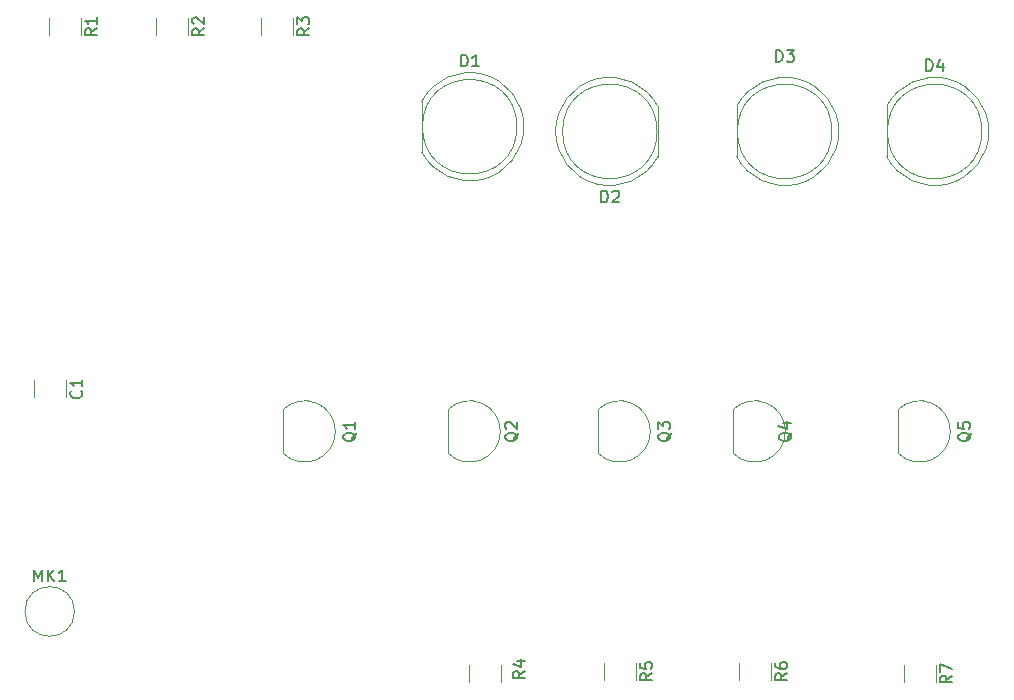
<source format=gbr>
%TF.GenerationSoftware,KiCad,Pcbnew,(6.0.0)*%
%TF.CreationDate,2024-11-06T11:00:43+02:00*%
%TF.ProjectId,second_pr.kicad_sch-1,7365636f-6e64-45f7-9072-2e6b69636164,0*%
%TF.SameCoordinates,Original*%
%TF.FileFunction,Legend,Top*%
%TF.FilePolarity,Positive*%
%FSLAX46Y46*%
G04 Gerber Fmt 4.6, Leading zero omitted, Abs format (unit mm)*
G04 Created by KiCad (PCBNEW (6.0.0)) date 2024-11-06 11:00:43*
%MOMM*%
%LPD*%
G01*
G04 APERTURE LIST*
%ADD10C,0.150000*%
%ADD11C,0.120000*%
G04 APERTURE END LIST*
D10*
%TO.C,MK1*%
X190460476Y-144772380D02*
X190460476Y-143772380D01*
X190793809Y-144486666D01*
X191127142Y-143772380D01*
X191127142Y-144772380D01*
X191603333Y-144772380D02*
X191603333Y-143772380D01*
X192174761Y-144772380D02*
X191746190Y-144200952D01*
X192174761Y-143772380D02*
X191603333Y-144343809D01*
X193127142Y-144772380D02*
X192555714Y-144772380D01*
X192841428Y-144772380D02*
X192841428Y-143772380D01*
X192746190Y-143915238D01*
X192650952Y-144010476D01*
X192555714Y-144058095D01*
%TO.C,R7*%
X268162380Y-152759166D02*
X267686190Y-153092500D01*
X268162380Y-153330595D02*
X267162380Y-153330595D01*
X267162380Y-152949642D01*
X267210000Y-152854404D01*
X267257619Y-152806785D01*
X267352857Y-152759166D01*
X267495714Y-152759166D01*
X267590952Y-152806785D01*
X267638571Y-152854404D01*
X267686190Y-152949642D01*
X267686190Y-153330595D01*
X267162380Y-152425833D02*
X267162380Y-151759166D01*
X268162380Y-152187738D01*
%TO.C,D1*%
X226591904Y-101173525D02*
X226591904Y-100173525D01*
X226830000Y-100173525D01*
X226972857Y-100221145D01*
X227068095Y-100316383D01*
X227115714Y-100411621D01*
X227163333Y-100602097D01*
X227163333Y-100744954D01*
X227115714Y-100935430D01*
X227068095Y-101030668D01*
X226972857Y-101125906D01*
X226830000Y-101173525D01*
X226591904Y-101173525D01*
X228115714Y-101173525D02*
X227544285Y-101173525D01*
X227830000Y-101173525D02*
X227830000Y-100173525D01*
X227734761Y-100316383D01*
X227639523Y-100411621D01*
X227544285Y-100459240D01*
%TO.C,R4*%
X232012380Y-152369166D02*
X231536190Y-152702500D01*
X232012380Y-152940595D02*
X231012380Y-152940595D01*
X231012380Y-152559642D01*
X231060000Y-152464404D01*
X231107619Y-152416785D01*
X231202857Y-152369166D01*
X231345714Y-152369166D01*
X231440952Y-152416785D01*
X231488571Y-152464404D01*
X231536190Y-152559642D01*
X231536190Y-152940595D01*
X231345714Y-151512023D02*
X232012380Y-151512023D01*
X230964761Y-151750119D02*
X231679047Y-151988214D01*
X231679047Y-151369166D01*
%TO.C,Q1*%
X217717619Y-132175238D02*
X217670000Y-132270476D01*
X217574761Y-132365714D01*
X217431904Y-132508571D01*
X217384285Y-132603809D01*
X217384285Y-132699047D01*
X217622380Y-132651428D02*
X217574761Y-132746666D01*
X217479523Y-132841904D01*
X217289047Y-132889523D01*
X216955714Y-132889523D01*
X216765238Y-132841904D01*
X216670000Y-132746666D01*
X216622380Y-132651428D01*
X216622380Y-132460952D01*
X216670000Y-132365714D01*
X216765238Y-132270476D01*
X216955714Y-132222857D01*
X217289047Y-132222857D01*
X217479523Y-132270476D01*
X217574761Y-132365714D01*
X217622380Y-132460952D01*
X217622380Y-132651428D01*
X217622380Y-131270476D02*
X217622380Y-131841904D01*
X217622380Y-131556190D02*
X216622380Y-131556190D01*
X216765238Y-131651428D01*
X216860476Y-131746666D01*
X216908095Y-131841904D01*
%TO.C,R5*%
X242762380Y-152566666D02*
X242286190Y-152900000D01*
X242762380Y-153138095D02*
X241762380Y-153138095D01*
X241762380Y-152757142D01*
X241810000Y-152661904D01*
X241857619Y-152614285D01*
X241952857Y-152566666D01*
X242095714Y-152566666D01*
X242190952Y-152614285D01*
X242238571Y-152661904D01*
X242286190Y-152757142D01*
X242286190Y-153138095D01*
X241762380Y-151661904D02*
X241762380Y-152138095D01*
X242238571Y-152185714D01*
X242190952Y-152138095D01*
X242143333Y-152042857D01*
X242143333Y-151804761D01*
X242190952Y-151709523D01*
X242238571Y-151661904D01*
X242333809Y-151614285D01*
X242571904Y-151614285D01*
X242667142Y-151661904D01*
X242714761Y-151709523D01*
X242762380Y-151804761D01*
X242762380Y-152042857D01*
X242714761Y-152138095D01*
X242667142Y-152185714D01*
%TO.C,R1*%
X195772380Y-97956666D02*
X195296190Y-98290000D01*
X195772380Y-98528095D02*
X194772380Y-98528095D01*
X194772380Y-98147142D01*
X194820000Y-98051904D01*
X194867619Y-98004285D01*
X194962857Y-97956666D01*
X195105714Y-97956666D01*
X195200952Y-98004285D01*
X195248571Y-98051904D01*
X195296190Y-98147142D01*
X195296190Y-98528095D01*
X195772380Y-97004285D02*
X195772380Y-97575714D01*
X195772380Y-97290000D02*
X194772380Y-97290000D01*
X194915238Y-97385238D01*
X195010476Y-97480476D01*
X195058095Y-97575714D01*
%TO.C,D4*%
X265961904Y-101572380D02*
X265961904Y-100572380D01*
X266200000Y-100572380D01*
X266342857Y-100620000D01*
X266438095Y-100715238D01*
X266485714Y-100810476D01*
X266533333Y-101000952D01*
X266533333Y-101143809D01*
X266485714Y-101334285D01*
X266438095Y-101429523D01*
X266342857Y-101524761D01*
X266200000Y-101572380D01*
X265961904Y-101572380D01*
X267390476Y-100905714D02*
X267390476Y-101572380D01*
X267152380Y-100524761D02*
X266914285Y-101239047D01*
X267533333Y-101239047D01*
%TO.C,R3*%
X213744880Y-97956666D02*
X213268690Y-98290000D01*
X213744880Y-98528095D02*
X212744880Y-98528095D01*
X212744880Y-98147142D01*
X212792500Y-98051904D01*
X212840119Y-98004285D01*
X212935357Y-97956666D01*
X213078214Y-97956666D01*
X213173452Y-98004285D01*
X213221071Y-98051904D01*
X213268690Y-98147142D01*
X213268690Y-98528095D01*
X212744880Y-97623333D02*
X212744880Y-97004285D01*
X213125833Y-97337619D01*
X213125833Y-97194761D01*
X213173452Y-97099523D01*
X213221071Y-97051904D01*
X213316309Y-97004285D01*
X213554404Y-97004285D01*
X213649642Y-97051904D01*
X213697261Y-97099523D01*
X213744880Y-97194761D01*
X213744880Y-97480476D01*
X213697261Y-97575714D01*
X213649642Y-97623333D01*
%TO.C,Q4*%
X254607619Y-132175238D02*
X254560000Y-132270476D01*
X254464761Y-132365714D01*
X254321904Y-132508571D01*
X254274285Y-132603809D01*
X254274285Y-132699047D01*
X254512380Y-132651428D02*
X254464761Y-132746666D01*
X254369523Y-132841904D01*
X254179047Y-132889523D01*
X253845714Y-132889523D01*
X253655238Y-132841904D01*
X253560000Y-132746666D01*
X253512380Y-132651428D01*
X253512380Y-132460952D01*
X253560000Y-132365714D01*
X253655238Y-132270476D01*
X253845714Y-132222857D01*
X254179047Y-132222857D01*
X254369523Y-132270476D01*
X254464761Y-132365714D01*
X254512380Y-132460952D01*
X254512380Y-132651428D01*
X253845714Y-131365714D02*
X254512380Y-131365714D01*
X253464761Y-131603809D02*
X254179047Y-131841904D01*
X254179047Y-131222857D01*
%TO.C,Q5*%
X269787619Y-132175238D02*
X269740000Y-132270476D01*
X269644761Y-132365714D01*
X269501904Y-132508571D01*
X269454285Y-132603809D01*
X269454285Y-132699047D01*
X269692380Y-132651428D02*
X269644761Y-132746666D01*
X269549523Y-132841904D01*
X269359047Y-132889523D01*
X269025714Y-132889523D01*
X268835238Y-132841904D01*
X268740000Y-132746666D01*
X268692380Y-132651428D01*
X268692380Y-132460952D01*
X268740000Y-132365714D01*
X268835238Y-132270476D01*
X269025714Y-132222857D01*
X269359047Y-132222857D01*
X269549523Y-132270476D01*
X269644761Y-132365714D01*
X269692380Y-132460952D01*
X269692380Y-132651428D01*
X268692380Y-131318095D02*
X268692380Y-131794285D01*
X269168571Y-131841904D01*
X269120952Y-131794285D01*
X269073333Y-131699047D01*
X269073333Y-131460952D01*
X269120952Y-131365714D01*
X269168571Y-131318095D01*
X269263809Y-131270476D01*
X269501904Y-131270476D01*
X269597142Y-131318095D01*
X269644761Y-131365714D01*
X269692380Y-131460952D01*
X269692380Y-131699047D01*
X269644761Y-131794285D01*
X269597142Y-131841904D01*
%TO.C,R6*%
X254192380Y-152566666D02*
X253716190Y-152900000D01*
X254192380Y-153138095D02*
X253192380Y-153138095D01*
X253192380Y-152757142D01*
X253240000Y-152661904D01*
X253287619Y-152614285D01*
X253382857Y-152566666D01*
X253525714Y-152566666D01*
X253620952Y-152614285D01*
X253668571Y-152661904D01*
X253716190Y-152757142D01*
X253716190Y-153138095D01*
X253192380Y-151709523D02*
X253192380Y-151900000D01*
X253240000Y-151995238D01*
X253287619Y-152042857D01*
X253430476Y-152138095D01*
X253620952Y-152185714D01*
X254001904Y-152185714D01*
X254097142Y-152138095D01*
X254144761Y-152090476D01*
X254192380Y-151995238D01*
X254192380Y-151804761D01*
X254144761Y-151709523D01*
X254097142Y-151661904D01*
X254001904Y-151614285D01*
X253763809Y-151614285D01*
X253668571Y-151661904D01*
X253620952Y-151709523D01*
X253573333Y-151804761D01*
X253573333Y-151995238D01*
X253620952Y-152090476D01*
X253668571Y-152138095D01*
X253763809Y-152185714D01*
%TO.C,Q3*%
X244387619Y-132175238D02*
X244340000Y-132270476D01*
X244244761Y-132365714D01*
X244101904Y-132508571D01*
X244054285Y-132603809D01*
X244054285Y-132699047D01*
X244292380Y-132651428D02*
X244244761Y-132746666D01*
X244149523Y-132841904D01*
X243959047Y-132889523D01*
X243625714Y-132889523D01*
X243435238Y-132841904D01*
X243340000Y-132746666D01*
X243292380Y-132651428D01*
X243292380Y-132460952D01*
X243340000Y-132365714D01*
X243435238Y-132270476D01*
X243625714Y-132222857D01*
X243959047Y-132222857D01*
X244149523Y-132270476D01*
X244244761Y-132365714D01*
X244292380Y-132460952D01*
X244292380Y-132651428D01*
X243292380Y-131889523D02*
X243292380Y-131270476D01*
X243673333Y-131603809D01*
X243673333Y-131460952D01*
X243720952Y-131365714D01*
X243768571Y-131318095D01*
X243863809Y-131270476D01*
X244101904Y-131270476D01*
X244197142Y-131318095D01*
X244244761Y-131365714D01*
X244292380Y-131460952D01*
X244292380Y-131746666D01*
X244244761Y-131841904D01*
X244197142Y-131889523D01*
%TO.C,Q2*%
X231437619Y-132175238D02*
X231390000Y-132270476D01*
X231294761Y-132365714D01*
X231151904Y-132508571D01*
X231104285Y-132603809D01*
X231104285Y-132699047D01*
X231342380Y-132651428D02*
X231294761Y-132746666D01*
X231199523Y-132841904D01*
X231009047Y-132889523D01*
X230675714Y-132889523D01*
X230485238Y-132841904D01*
X230390000Y-132746666D01*
X230342380Y-132651428D01*
X230342380Y-132460952D01*
X230390000Y-132365714D01*
X230485238Y-132270476D01*
X230675714Y-132222857D01*
X231009047Y-132222857D01*
X231199523Y-132270476D01*
X231294761Y-132365714D01*
X231342380Y-132460952D01*
X231342380Y-132651428D01*
X230437619Y-131841904D02*
X230390000Y-131794285D01*
X230342380Y-131699047D01*
X230342380Y-131460952D01*
X230390000Y-131365714D01*
X230437619Y-131318095D01*
X230532857Y-131270476D01*
X230628095Y-131270476D01*
X230770952Y-131318095D01*
X231342380Y-131889523D01*
X231342380Y-131270476D01*
%TO.C,R2*%
X204854880Y-97956666D02*
X204378690Y-98290000D01*
X204854880Y-98528095D02*
X203854880Y-98528095D01*
X203854880Y-98147142D01*
X203902500Y-98051904D01*
X203950119Y-98004285D01*
X204045357Y-97956666D01*
X204188214Y-97956666D01*
X204283452Y-98004285D01*
X204331071Y-98051904D01*
X204378690Y-98147142D01*
X204378690Y-98528095D01*
X203950119Y-97575714D02*
X203902500Y-97528095D01*
X203854880Y-97432857D01*
X203854880Y-97194761D01*
X203902500Y-97099523D01*
X203950119Y-97051904D01*
X204045357Y-97004285D01*
X204140595Y-97004285D01*
X204283452Y-97051904D01*
X204854880Y-97623333D01*
X204854880Y-97004285D01*
%TO.C,D3*%
X253261904Y-100782380D02*
X253261904Y-99782380D01*
X253500000Y-99782380D01*
X253642857Y-99830000D01*
X253738095Y-99925238D01*
X253785714Y-100020476D01*
X253833333Y-100210952D01*
X253833333Y-100353809D01*
X253785714Y-100544285D01*
X253738095Y-100639523D01*
X253642857Y-100734761D01*
X253500000Y-100782380D01*
X253261904Y-100782380D01*
X254166666Y-99782380D02*
X254785714Y-99782380D01*
X254452380Y-100163333D01*
X254595238Y-100163333D01*
X254690476Y-100210952D01*
X254738095Y-100258571D01*
X254785714Y-100353809D01*
X254785714Y-100591904D01*
X254738095Y-100687142D01*
X254690476Y-100734761D01*
X254595238Y-100782380D01*
X254309523Y-100782380D01*
X254214285Y-100734761D01*
X254166666Y-100687142D01*
%TO.C,D2*%
X238457476Y-112692380D02*
X238457476Y-111692380D01*
X238695572Y-111692380D01*
X238838429Y-111740000D01*
X238933667Y-111835238D01*
X238981286Y-111930476D01*
X239028905Y-112120952D01*
X239028905Y-112263809D01*
X238981286Y-112454285D01*
X238933667Y-112549523D01*
X238838429Y-112644761D01*
X238695572Y-112692380D01*
X238457476Y-112692380D01*
X239409857Y-111787619D02*
X239457476Y-111740000D01*
X239552714Y-111692380D01*
X239790810Y-111692380D01*
X239886048Y-111740000D01*
X239933667Y-111787619D01*
X239981286Y-111882857D01*
X239981286Y-111978095D01*
X239933667Y-112120952D01*
X239362238Y-112692380D01*
X239981286Y-112692380D01*
%TO.C,C1*%
X194427142Y-128641666D02*
X194474761Y-128689285D01*
X194522380Y-128832142D01*
X194522380Y-128927380D01*
X194474761Y-129070238D01*
X194379523Y-129165476D01*
X194284285Y-129213095D01*
X194093809Y-129260714D01*
X193950952Y-129260714D01*
X193760476Y-129213095D01*
X193665238Y-129165476D01*
X193570000Y-129070238D01*
X193522380Y-128927380D01*
X193522380Y-128832142D01*
X193570000Y-128689285D01*
X193617619Y-128641666D01*
X194522380Y-127689285D02*
X194522380Y-128260714D01*
X194522380Y-127975000D02*
X193522380Y-127975000D01*
X193665238Y-128070238D01*
X193760476Y-128165476D01*
X193808095Y-128260714D01*
D11*
%TO.C,MK1*%
X193870000Y-147320000D02*
G75*
G03*
X193870000Y-147320000I-2100000J0D01*
G01*
%TO.C,R7*%
X266785000Y-151868763D02*
X266785000Y-153316237D01*
X264075000Y-151868763D02*
X264075000Y-153316237D01*
%TO.C,D1*%
X223270000Y-104139145D02*
X223270000Y-108423145D01*
X223270000Y-108422290D02*
G75*
G03*
X231920000Y-106280659I4060000J2141145D01*
G01*
X231920000Y-106281631D02*
G75*
G03*
X223270000Y-104140000I-4590000J486D01*
G01*
X231330000Y-106281145D02*
G75*
G03*
X231330000Y-106281145I-4000000J0D01*
G01*
%TO.C,R4*%
X229955000Y-151868763D02*
X229955000Y-153316237D01*
X227245000Y-151868763D02*
X227245000Y-153316237D01*
%TO.C,Q1*%
X211510000Y-130280000D02*
X211510000Y-133880000D01*
X211521522Y-133918478D02*
G75*
G03*
X215960000Y-132080000I1838478J1838478D01*
G01*
X215960001Y-132080000D02*
G75*
G03*
X211521522Y-130241522I-2600001J0D01*
G01*
%TO.C,R5*%
X238675000Y-151676263D02*
X238675000Y-153123737D01*
X241385000Y-151676263D02*
X241385000Y-153123737D01*
%TO.C,R1*%
X194395000Y-97066263D02*
X194395000Y-98513737D01*
X191685000Y-97066263D02*
X191685000Y-98513737D01*
%TO.C,D4*%
X262640000Y-104538000D02*
X262640000Y-108822000D01*
X262640000Y-108821145D02*
G75*
G03*
X271290000Y-106679514I4060000J2141145D01*
G01*
X271290000Y-106680486D02*
G75*
G03*
X262640000Y-104538855I-4590000J486D01*
G01*
X270700000Y-106680000D02*
G75*
G03*
X270700000Y-106680000I-4000000J0D01*
G01*
%TO.C,R3*%
X209657500Y-97066263D02*
X209657500Y-98513737D01*
X212367500Y-97066263D02*
X212367500Y-98513737D01*
%TO.C,Q4*%
X249610000Y-130280000D02*
X249610000Y-133880000D01*
X254060001Y-132080000D02*
G75*
G03*
X249621522Y-130241522I-2600001J0D01*
G01*
X249621522Y-133918478D02*
G75*
G03*
X254060000Y-132080000I1838478J1838478D01*
G01*
%TO.C,Q5*%
X263580000Y-130280000D02*
X263580000Y-133880000D01*
X268030001Y-132080000D02*
G75*
G03*
X263591522Y-130241522I-2600001J0D01*
G01*
X263591522Y-133918478D02*
G75*
G03*
X268030000Y-132080000I1838478J1838478D01*
G01*
%TO.C,R6*%
X252815000Y-151676263D02*
X252815000Y-153123737D01*
X250105000Y-151676263D02*
X250105000Y-153123737D01*
%TO.C,Q3*%
X238180000Y-130280000D02*
X238180000Y-133880000D01*
X242630001Y-132080000D02*
G75*
G03*
X238191522Y-130241522I-2600001J0D01*
G01*
X238191522Y-133918478D02*
G75*
G03*
X242630000Y-132080000I1838478J1838478D01*
G01*
%TO.C,Q2*%
X225480000Y-130280000D02*
X225480000Y-133880000D01*
X229930001Y-132080000D02*
G75*
G03*
X225491522Y-130241522I-2600001J0D01*
G01*
X225491522Y-133918478D02*
G75*
G03*
X229930000Y-132080000I1838478J1838478D01*
G01*
%TO.C,R2*%
X200767500Y-97066263D02*
X200767500Y-98513737D01*
X203477500Y-97066263D02*
X203477500Y-98513737D01*
%TO.C,D3*%
X249940000Y-104538000D02*
X249940000Y-108822000D01*
X258590000Y-106680486D02*
G75*
G03*
X249940000Y-104538855I-4590000J486D01*
G01*
X249940000Y-108821145D02*
G75*
G03*
X258590000Y-106679514I4060000J2141145D01*
G01*
X258000000Y-106680000D02*
G75*
G03*
X258000000Y-106680000I-4000000J0D01*
G01*
%TO.C,D2*%
X243255572Y-108822000D02*
X243255572Y-104538000D01*
X234605572Y-106679514D02*
G75*
G03*
X243255572Y-108821145I4590000J-486D01*
G01*
X243255572Y-104538855D02*
G75*
G03*
X234605572Y-106680486I-4060000J-2141145D01*
G01*
X243195572Y-106680000D02*
G75*
G03*
X243195572Y-106680000I-4000000J0D01*
G01*
%TO.C,C1*%
X193130000Y-127763748D02*
X193130000Y-129186252D01*
X190410000Y-127763748D02*
X190410000Y-129186252D01*
%TD*%
M02*

</source>
